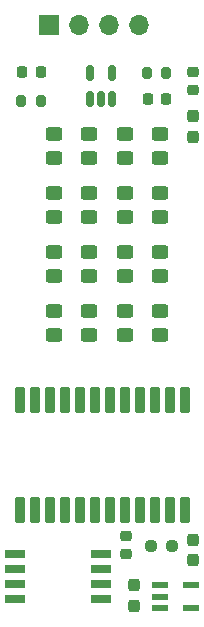
<source format=gbr>
G04 #@! TF.GenerationSoftware,KiCad,Pcbnew,8.0.1*
G04 #@! TF.CreationDate,2025-02-25T21:27:59-07:00*
G04 #@! TF.ProjectId,LEDDisplay,4c454444-6973-4706-9c61-792e6b696361,rev?*
G04 #@! TF.SameCoordinates,Original*
G04 #@! TF.FileFunction,Soldermask,Top*
G04 #@! TF.FilePolarity,Negative*
%FSLAX46Y46*%
G04 Gerber Fmt 4.6, Leading zero omitted, Abs format (unit mm)*
G04 Created by KiCad (PCBNEW 8.0.1) date 2025-02-25 21:27:59*
%MOMM*%
%LPD*%
G01*
G04 APERTURE LIST*
G04 Aperture macros list*
%AMRoundRect*
0 Rectangle with rounded corners*
0 $1 Rounding radius*
0 $2 $3 $4 $5 $6 $7 $8 $9 X,Y pos of 4 corners*
0 Add a 4 corners polygon primitive as box body*
4,1,4,$2,$3,$4,$5,$6,$7,$8,$9,$2,$3,0*
0 Add four circle primitives for the rounded corners*
1,1,$1+$1,$2,$3*
1,1,$1+$1,$4,$5*
1,1,$1+$1,$6,$7*
1,1,$1+$1,$8,$9*
0 Add four rect primitives between the rounded corners*
20,1,$1+$1,$2,$3,$4,$5,0*
20,1,$1+$1,$4,$5,$6,$7,0*
20,1,$1+$1,$6,$7,$8,$9,0*
20,1,$1+$1,$8,$9,$2,$3,0*%
G04 Aperture macros list end*
%ADD10RoundRect,0.237500X-0.250000X-0.237500X0.250000X-0.237500X0.250000X0.237500X-0.250000X0.237500X0*%
%ADD11RoundRect,0.237500X0.237500X-0.300000X0.237500X0.300000X-0.237500X0.300000X-0.237500X-0.300000X0*%
%ADD12R,1.700000X1.700000*%
%ADD13O,1.700000X1.700000*%
%ADD14RoundRect,0.150000X0.150000X-0.512500X0.150000X0.512500X-0.150000X0.512500X-0.150000X-0.512500X0*%
%ADD15RoundRect,0.250000X-0.450000X0.325000X-0.450000X-0.325000X0.450000X-0.325000X0.450000X0.325000X0*%
%ADD16RoundRect,0.200000X-0.200000X-0.275000X0.200000X-0.275000X0.200000X0.275000X-0.200000X0.275000X0*%
%ADD17RoundRect,0.225000X0.225000X0.250000X-0.225000X0.250000X-0.225000X-0.250000X0.225000X-0.250000X0*%
%ADD18R,1.320800X0.508000*%
%ADD19RoundRect,0.237500X-0.237500X0.300000X-0.237500X-0.300000X0.237500X-0.300000X0.237500X0.300000X0*%
%ADD20RoundRect,0.100500X-0.301500X1.026500X-0.301500X-1.026500X0.301500X-1.026500X0.301500X1.026500X0*%
%ADD21RoundRect,0.225000X0.250000X-0.225000X0.250000X0.225000X-0.250000X0.225000X-0.250000X-0.225000X0*%
%ADD22RoundRect,0.200000X0.200000X0.275000X-0.200000X0.275000X-0.200000X-0.275000X0.200000X-0.275000X0*%
%ADD23R,1.700000X0.650000*%
G04 APERTURE END LIST*
D10*
X208200000Y-103830000D03*
X210025000Y-103830000D03*
D11*
X211810000Y-105060000D03*
X211810000Y-103335000D03*
D12*
X199610000Y-59730000D03*
D13*
X202150000Y-59730000D03*
X204690000Y-59730000D03*
X207230000Y-59730000D03*
D14*
X203030000Y-66050000D03*
X203980000Y-66050000D03*
X204930000Y-66050000D03*
X204930000Y-63775000D03*
X203030000Y-63775000D03*
D15*
X209000000Y-73975000D03*
X209000000Y-76025000D03*
D16*
X207890000Y-63780000D03*
X209540000Y-63780000D03*
D15*
X203000000Y-83975000D03*
X203000000Y-86025000D03*
X206000000Y-73975000D03*
X206000000Y-76025000D03*
X200000000Y-73975000D03*
X200000000Y-76025000D03*
X203000000Y-68975000D03*
X203000000Y-71025000D03*
D17*
X209490000Y-66050000D03*
X207940000Y-66050000D03*
D15*
X206020000Y-68975000D03*
X206020000Y-71025000D03*
D18*
X208990000Y-107200000D03*
X208990000Y-108150001D03*
X208990000Y-109100002D03*
X211580800Y-109100002D03*
X211580800Y-107200000D03*
D19*
X206770000Y-107195000D03*
X206770000Y-108920000D03*
D15*
X206000000Y-78975000D03*
X206000000Y-81025000D03*
D20*
X211150000Y-91530000D03*
X209880000Y-91530000D03*
X208610000Y-91530000D03*
X207340000Y-91530000D03*
X206070000Y-91530000D03*
X204800000Y-91530000D03*
X203530000Y-91530000D03*
X202260000Y-91530000D03*
X200990000Y-91530000D03*
X199720000Y-91530000D03*
X198450000Y-91530000D03*
X197180000Y-91530000D03*
X197180000Y-100840000D03*
X198450000Y-100840000D03*
X199720000Y-100840000D03*
X200990000Y-100840000D03*
X202260000Y-100840000D03*
X203530000Y-100840000D03*
X204800000Y-100840000D03*
X206070000Y-100840000D03*
X207340000Y-100840000D03*
X208610000Y-100840000D03*
X209880000Y-100840000D03*
X211150000Y-100840000D03*
D15*
X200000000Y-83975000D03*
X200000000Y-86025000D03*
X200000000Y-78975000D03*
X200000000Y-81025000D03*
X209000000Y-83975000D03*
X209000000Y-86025000D03*
D21*
X206090000Y-104550000D03*
X206090000Y-103000000D03*
D15*
X209000000Y-68975000D03*
X209000000Y-71025000D03*
D17*
X198900000Y-63700000D03*
X197350000Y-63700000D03*
D15*
X203000000Y-78975000D03*
X203000000Y-81025000D03*
D22*
X198880000Y-66200000D03*
X197230000Y-66200000D03*
D11*
X211820000Y-69225000D03*
X211820000Y-67500000D03*
D23*
X196710000Y-104580000D03*
X196710000Y-105850000D03*
X196710000Y-107120000D03*
X196710000Y-108390000D03*
X204010000Y-108390000D03*
X204010000Y-107120000D03*
X204010000Y-105850000D03*
X204010000Y-104580000D03*
D15*
X206000000Y-83975000D03*
X206000000Y-86025000D03*
X203000000Y-73975000D03*
X203000000Y-76025000D03*
D21*
X211810000Y-65280000D03*
X211810000Y-63730000D03*
D15*
X200000000Y-68975000D03*
X200000000Y-71025000D03*
X209000000Y-78975000D03*
X209000000Y-81025000D03*
M02*

</source>
